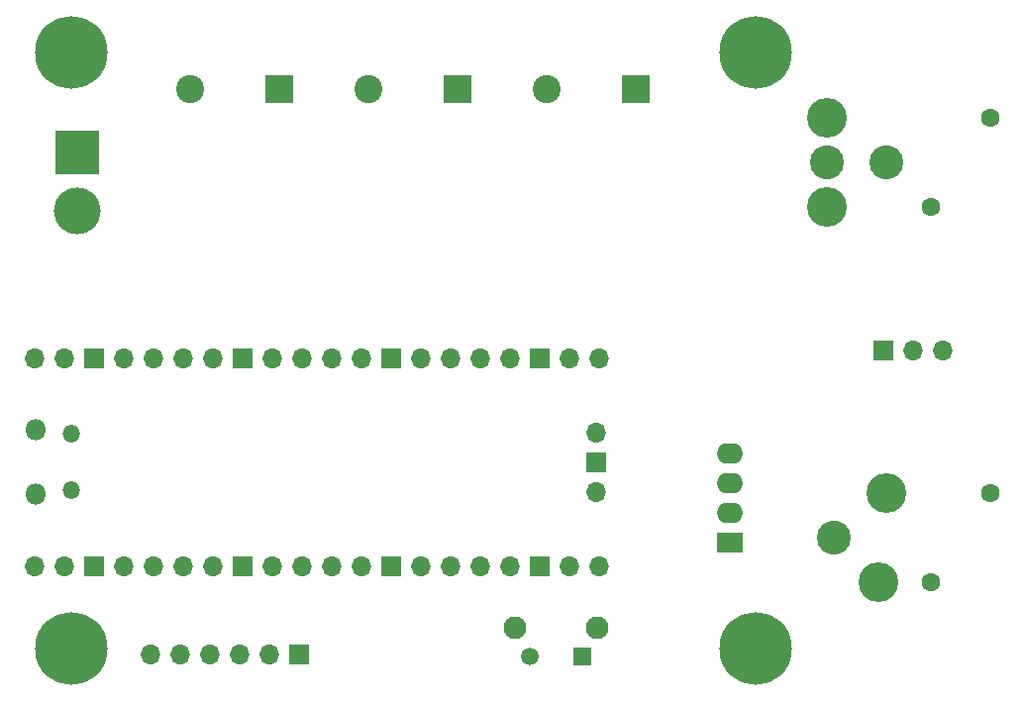
<source format=gbr>
%TF.GenerationSoftware,KiCad,Pcbnew,(6.0.0-0)*%
%TF.CreationDate,2022-10-23T23:34:44+01:00*%
%TF.ProjectId,PicoPyro,5069636f-5079-4726-9f2e-6b696361645f,rev?*%
%TF.SameCoordinates,Original*%
%TF.FileFunction,Soldermask,Bot*%
%TF.FilePolarity,Negative*%
%FSLAX46Y46*%
G04 Gerber Fmt 4.6, Leading zero omitted, Abs format (unit mm)*
G04 Created by KiCad (PCBNEW (6.0.0-0)) date 2022-10-23 23:34:44*
%MOMM*%
%LPD*%
G01*
G04 APERTURE LIST*
%ADD10C,1.950000*%
%ADD11C,1.500000*%
%ADD12R,1.500000X1.500000*%
%ADD13R,2.400000X2.400000*%
%ADD14C,2.400000*%
%ADD15O,1.700000X1.700000*%
%ADD16R,1.700000X1.700000*%
%ADD17O,1.500000X1.500000*%
%ADD18O,1.800000X1.800000*%
%ADD19C,4.000000*%
%ADD20R,3.800000X3.800000*%
%ADD21C,6.200000*%
%ADD22R,2.250000X1.750000*%
%ADD23O,2.250000X1.750000*%
%ADD24C,3.400000*%
%ADD25C,2.900000*%
%ADD26C,1.600000*%
G04 APERTURE END LIST*
D10*
%TO.C,S701*%
X169000000Y-112662500D03*
X176000000Y-112662500D03*
D11*
X170250000Y-115162500D03*
D12*
X174750000Y-115162500D03*
%TD*%
D13*
%TO.C,J501*%
X179300000Y-66600000D03*
D14*
X171680000Y-66600000D03*
%TD*%
%TO.C,J202*%
X141190000Y-66600000D03*
D13*
X148810000Y-66600000D03*
%TD*%
%TO.C,J201*%
X164060000Y-66600000D03*
D14*
X156440000Y-66600000D03*
%TD*%
D15*
%TO.C,U001*%
X175900000Y-95960000D03*
D16*
X175900000Y-98500000D03*
D15*
X175900000Y-101040000D03*
X127870000Y-89610000D03*
X130410000Y-89610000D03*
D16*
X132950000Y-89610000D03*
D15*
X135490000Y-89610000D03*
X138030000Y-89610000D03*
X140570000Y-89610000D03*
X143110000Y-89610000D03*
D16*
X145650000Y-89610000D03*
D15*
X148190000Y-89610000D03*
X150730000Y-89610000D03*
X153270000Y-89610000D03*
X155810000Y-89610000D03*
D16*
X158350000Y-89610000D03*
D15*
X160890000Y-89610000D03*
X163430000Y-89610000D03*
X165970000Y-89610000D03*
X168510000Y-89610000D03*
D16*
X171050000Y-89610000D03*
D15*
X173590000Y-89610000D03*
X176130000Y-89610000D03*
X176130000Y-107390000D03*
X173590000Y-107390000D03*
D16*
X171050000Y-107390000D03*
D15*
X168510000Y-107390000D03*
X165970000Y-107390000D03*
X163430000Y-107390000D03*
X160890000Y-107390000D03*
D16*
X158350000Y-107390000D03*
D15*
X155810000Y-107390000D03*
X153270000Y-107390000D03*
X150730000Y-107390000D03*
X148190000Y-107390000D03*
D16*
X145650000Y-107390000D03*
D15*
X143110000Y-107390000D03*
X140570000Y-107390000D03*
X138030000Y-107390000D03*
X135490000Y-107390000D03*
D16*
X132950000Y-107390000D03*
D15*
X130410000Y-107390000D03*
X127870000Y-107390000D03*
D17*
X131030000Y-96075000D03*
X131030000Y-100925000D03*
D18*
X128000000Y-101225000D03*
X128000000Y-95775000D03*
%TD*%
D19*
%TO.C,J502*%
X131500000Y-77000000D03*
D20*
X131500000Y-72000000D03*
%TD*%
D21*
%TO.C,*%
X189500000Y-114500000D03*
%TD*%
%TO.C,*%
X189500000Y-63500000D03*
%TD*%
%TO.C,*%
X131000000Y-114500000D03*
%TD*%
%TO.C,*%
X131000000Y-63500000D03*
%TD*%
D22*
%TO.C,PS101*%
X187342500Y-105357500D03*
D23*
X187342500Y-102817500D03*
X187342500Y-100277500D03*
X187342500Y-97737500D03*
%TD*%
D16*
%TO.C,J103*%
X200475000Y-89000000D03*
D15*
X203015000Y-89000000D03*
X205555000Y-89000000D03*
%TD*%
D24*
%TO.C,J102*%
X195610000Y-69040000D03*
X195610000Y-76660000D03*
D25*
X195610000Y-72850000D03*
D26*
X209580000Y-69040000D03*
X204500000Y-76660000D03*
D25*
X200690000Y-72850000D03*
%TD*%
D26*
%TO.C,J101*%
X204510000Y-108810000D03*
X209590000Y-101190000D03*
D25*
X196250000Y-105000000D03*
D24*
X200065000Y-108810000D03*
X200700000Y-101190000D03*
%TD*%
D15*
%TO.C,J001*%
X137800000Y-115000000D03*
X140340000Y-115000000D03*
X142880000Y-115000000D03*
X145420000Y-115000000D03*
X147960000Y-115000000D03*
D16*
X150500000Y-115000000D03*
%TD*%
M02*

</source>
